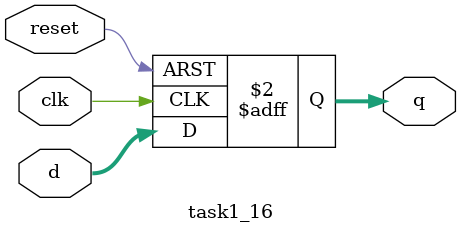
<source format=v>
module task1_16(
    input clk,
    input reset,
    input [3:0] d,
    output reg [3:0] q
);

always @ (posedge clk or posedge reset)
    if(reset) q <= 4'b0000;
    else q <= d;
endmodule
</source>
